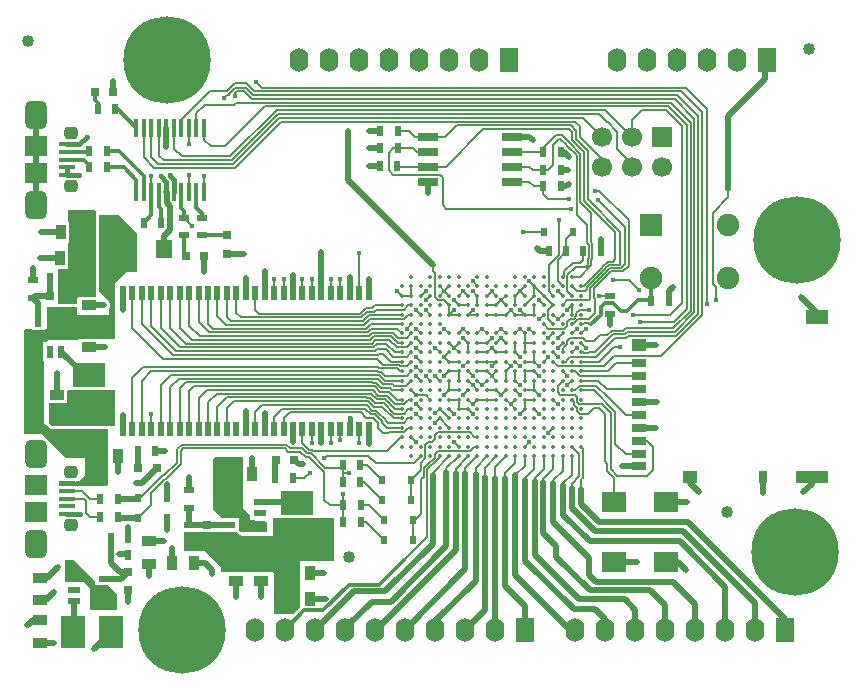
<source format=gtl>
G04*
G04 #@! TF.GenerationSoftware,Altium Limited,Altium Designer,18.1.9 (240)*
G04*
G04 Layer_Physical_Order=1*
G04 Layer_Color=255*
%FSLAX44Y44*%
%MOMM*%
G71*
G01*
G75*
%ADD11C,0.2000*%
%ADD12C,0.4000*%
%ADD14R,1.4000X1.6400*%
%ADD15R,0.8000X0.8000*%
%ADD16R,0.8000X0.8000*%
%ADD17R,1.3000X0.9000*%
%ADD18R,0.9000X1.3000*%
%ADD19R,0.6000X0.9000*%
%ADD20R,0.9000X0.6000*%
%ADD21R,0.5588X0.6858*%
%ADD22R,2.0000X2.7000*%
%ADD23R,2.7000X2.0000*%
%ADD24C,0.3400*%
%ADD25R,1.2000X0.7000*%
%ADD26R,1.2000X1.0000*%
%ADD27R,1.8999X1.3000*%
%ADD28R,2.8001X1.0000*%
%ADD29R,0.8001X1.0000*%
%ADD30R,1.2000X1.0000*%
%ADD31R,1.3500X0.4000*%
%ADD32R,1.1000X0.6000*%
%ADD33R,0.6000X1.1000*%
%ADD34R,0.4350X1.5260*%
%ADD35R,1.7850X0.6500*%
%ADD36R,0.6000X1.2950*%
%ADD37R,2.0000X1.8000*%
%ADD74C,1.0160*%
%ADD75R,1.9000X1.8000*%
%ADD76C,0.1900*%
%ADD77C,0.1270*%
%ADD78C,0.5000*%
%ADD79C,0.3000*%
%ADD80C,1.9000*%
%ADD81R,1.9000X1.9000*%
G04:AMPARAMS|DCode=82|XSize=1.25mm|YSize=1.1mm|CornerRadius=0.462mm|HoleSize=0mm|Usage=FLASHONLY|Rotation=0.000|XOffset=0mm|YOffset=0mm|HoleType=Round|Shape=RoundedRectangle|*
%AMROUNDEDRECTD82*
21,1,1.2500,0.1760,0,0,0.0*
21,1,0.3260,1.1000,0,0,0.0*
1,1,0.9240,0.1630,-0.0880*
1,1,0.9240,-0.1630,-0.0880*
1,1,0.9240,-0.1630,0.0880*
1,1,0.9240,0.1630,0.0880*
%
%ADD82ROUNDEDRECTD82*%
G04:AMPARAMS|DCode=83|XSize=1.9mm|YSize=2.425mm|CornerRadius=0.57mm|HoleSize=0mm|Usage=FLASHONLY|Rotation=0.000|XOffset=0mm|YOffset=0mm|HoleType=Round|Shape=RoundedRectangle|*
%AMROUNDEDRECTD83*
21,1,1.9000,1.2850,0,0,0.0*
21,1,0.7600,2.4250,0,0,0.0*
1,1,1.1400,0.3800,-0.6425*
1,1,1.1400,-0.3800,-0.6425*
1,1,1.1400,-0.3800,0.6425*
1,1,1.1400,0.3800,0.6425*
%
%ADD83ROUNDEDRECTD83*%
%ADD84C,1.7000*%
%ADD85R,1.7000X1.7000*%
%ADD86C,7.4000*%
%ADD87R,1.6000X2.0000*%
%ADD88O,1.6000X2.0000*%
%ADD89C,0.4500*%
G36*
X67500Y379900D02*
Y378079D01*
X67307Y377791D01*
X67110Y376800D01*
Y326540D01*
X67307Y325549D01*
X67450Y325335D01*
Y312460D01*
X67500Y312210D01*
Y307540D01*
X51960D01*
Y307540D01*
X51118Y306618D01*
X51000Y306500D01*
X51000Y306020D01*
Y301490D01*
X35200D01*
Y330960D01*
X43790D01*
Y349040D01*
X43500D01*
Y352960D01*
X44540D01*
Y371040D01*
X43500D01*
Y381200D01*
X65600D01*
X65900Y381500D01*
X67500Y379900D01*
D02*
G37*
G36*
X101800Y361100D02*
Y328000D01*
X93000D01*
X83400Y318400D01*
Y271500D01*
X70900D01*
X70100Y272300D01*
X69340Y271540D01*
X51960D01*
Y270850D01*
X26350D01*
X24540Y269040D01*
X22460D01*
Y252960D01*
X23600D01*
Y200400D01*
X24960Y199040D01*
Y198460D01*
X25540D01*
X28400Y195600D01*
X77200D01*
Y147700D01*
X76054Y147400D01*
X52040D01*
Y147540D01*
X36200D01*
Y151459D01*
X36300Y151500D01*
X41039D01*
X42501Y150894D01*
X44370Y150648D01*
X47630D01*
X49499Y150894D01*
X50961Y151500D01*
X52900D01*
X58200Y156800D01*
Y171000D01*
X41400D01*
X26332Y186068D01*
X25677Y186922D01*
X24823Y187577D01*
X21200Y191200D01*
X6500D01*
Y279000D01*
X7396Y279900D01*
X12960D01*
Y278960D01*
X24040D01*
Y279900D01*
X26100D01*
Y298800D01*
X26141Y298900D01*
X51500D01*
X51500Y293446D01*
X51500Y292800D01*
X51400Y292700D01*
X51800Y292300D01*
X52563Y292300D01*
X70100D01*
X70200Y292400D01*
X78400D01*
Y297714D01*
X78948Y298533D01*
X79339Y300500D01*
X78948Y302467D01*
X78400Y303286D01*
Y303900D01*
X70765Y311535D01*
X70040Y312460D01*
X70040D01*
X70040Y312460D01*
Y326540D01*
X69700D01*
Y376800D01*
X86100D01*
X101800Y361100D01*
D02*
G37*
G36*
X83600Y198200D02*
X83200Y197800D01*
X78479D01*
X78191Y197993D01*
X77200Y198190D01*
X29473D01*
X27371Y200291D01*
X27100Y200473D01*
Y217460D01*
X43040D01*
Y227540D01*
X43769Y228269D01*
X44960Y228460D01*
Y228460D01*
X77040D01*
Y228700D01*
X83600D01*
Y198200D01*
D02*
G37*
G36*
X191800Y128700D02*
X197960Y122133D01*
Y118460D01*
X201406D01*
X202400Y117400D01*
X210430Y117400D01*
X211195Y117007D01*
X211700Y116607D01*
Y108100D01*
X190266D01*
X188040Y110326D01*
Y120040D01*
X173960D01*
X166300Y127700D01*
Y170200D01*
X167900Y171800D01*
X191800D01*
Y128700D01*
D02*
G37*
G36*
X268800Y84500D02*
X267696Y84100D01*
X240200D01*
Y44425D01*
X234975Y39200D01*
X218200D01*
Y73200D01*
X217400Y74000D01*
X172700D01*
Y79000D01*
X159800Y91900D01*
X141300D01*
Y108100D01*
X154460D01*
Y107960D01*
X167540D01*
Y108100D01*
X186603D01*
X188435Y106269D01*
X189275Y105707D01*
X190046Y105554D01*
X190900Y104700D01*
X191000Y104800D01*
X217400D01*
Y119800D01*
X217640Y120040D01*
X268800D01*
Y84500D01*
D02*
G37*
G36*
X66460Y66340D02*
Y62960D01*
X77640D01*
X84800Y55800D01*
X85300D01*
Y42100D01*
X61900D01*
Y60600D01*
X57100Y65400D01*
Y65600D01*
X41942Y65600D01*
X41052Y66505D01*
X41364Y84600D01*
X48200Y84600D01*
X66460Y66340D01*
D02*
G37*
D11*
X398200Y244400D02*
X402200Y240400D01*
D12*
X282000Y195720D02*
Y204900D01*
X43000Y410500D02*
Y417000D01*
X53100Y436500D02*
X59500Y442900D01*
X43000Y436500D02*
X53100D01*
X122200Y409400D02*
X126820Y404780D01*
Y395880D02*
Y404780D01*
X129900Y409968D02*
Y410500D01*
Y409968D02*
X133180Y406688D01*
Y395880D02*
Y406688D01*
X43000Y410500D02*
X53100D01*
X42750Y123500D02*
X53400D01*
D14*
X124650Y348000D02*
D03*
X84350D02*
D03*
D15*
X94000Y59000D02*
D03*
Y74000D02*
D03*
X161000Y99500D02*
D03*
Y114500D02*
D03*
X178000Y360000D02*
D03*
Y344000D02*
D03*
D16*
X43500Y308000D02*
D03*
X28500D02*
D03*
X103000Y162700D02*
D03*
X119000D02*
D03*
X66000Y481000D02*
D03*
X82000D02*
D03*
X143000Y342000D02*
D03*
X159000D02*
D03*
X219223Y169600D02*
D03*
X235223D02*
D03*
D17*
X61000Y283500D02*
D03*
Y264500D02*
D03*
X20000Y33500D02*
D03*
Y14500D02*
D03*
X112000Y81500D02*
D03*
Y100500D02*
D03*
X20000Y50500D02*
D03*
Y69500D02*
D03*
X61000Y319500D02*
D03*
Y300500D02*
D03*
X34000Y205500D02*
D03*
Y224500D02*
D03*
X186000Y85500D02*
D03*
Y66500D02*
D03*
X207000Y85500D02*
D03*
Y66500D02*
D03*
D18*
X131500Y82000D02*
D03*
X150500D02*
D03*
X67000Y173000D02*
D03*
X86000D02*
D03*
X56500Y362000D02*
D03*
X37500D02*
D03*
X55750Y340000D02*
D03*
X36750D02*
D03*
X180500Y157000D02*
D03*
X199500D02*
D03*
X229100Y51500D02*
D03*
X248100D02*
D03*
X229100Y73500D02*
D03*
X248100D02*
D03*
D19*
X276100Y150400D02*
D03*
X291100D02*
D03*
X276100Y165400D02*
D03*
X291100D02*
D03*
X276400Y116760D02*
D03*
X291400D02*
D03*
X276400Y130760D02*
D03*
X291400D02*
D03*
X86000Y121000D02*
D03*
X71000D02*
D03*
X86000Y136000D02*
D03*
X71000D02*
D03*
X122500Y370000D02*
D03*
X107500D02*
D03*
X76500Y417000D02*
D03*
X61500D02*
D03*
X76500Y431000D02*
D03*
X61500D02*
D03*
X94500Y103000D02*
D03*
X79500D02*
D03*
X94500Y89000D02*
D03*
X79500D02*
D03*
X43500Y323000D02*
D03*
X28500D02*
D03*
X117500Y177100D02*
D03*
X102500D02*
D03*
X537000Y303500D02*
D03*
X552000D02*
D03*
X83500Y466000D02*
D03*
X68500D02*
D03*
X233723Y153600D02*
D03*
X218723D02*
D03*
X494500Y346000D02*
D03*
X479500D02*
D03*
X450500D02*
D03*
X465500D02*
D03*
X460500Y401000D02*
D03*
X445500D02*
D03*
X307500Y433000D02*
D03*
X322500D02*
D03*
X460500Y415000D02*
D03*
X445500D02*
D03*
X307500Y448000D02*
D03*
X322500D02*
D03*
X307460Y418000D02*
D03*
X322460D02*
D03*
X460500Y430000D02*
D03*
X445500D02*
D03*
D20*
X14000Y321500D02*
D03*
Y306500D02*
D03*
X146000Y143500D02*
D03*
Y128500D02*
D03*
X145880Y99500D02*
D03*
Y114500D02*
D03*
X142000Y374500D02*
D03*
Y359500D02*
D03*
X157000Y374500D02*
D03*
Y359500D02*
D03*
X502000Y293000D02*
D03*
Y308000D02*
D03*
D21*
X333892Y135400D02*
D03*
X309508D02*
D03*
Y152400D02*
D03*
X333892D02*
D03*
X335192Y101440D02*
D03*
X310808D02*
D03*
Y118440D02*
D03*
X335192D02*
D03*
X102808Y137000D02*
D03*
X127192D02*
D03*
X102808Y120000D02*
D03*
X127192D02*
D03*
X446808Y362000D02*
D03*
X471192D02*
D03*
D22*
X48000Y24000D02*
D03*
X80000D02*
D03*
D23*
X61000Y241000D02*
D03*
Y209000D02*
D03*
X237000Y133000D02*
D03*
Y101000D02*
D03*
D24*
X446200Y324400D02*
D03*
X438200D02*
D03*
X462200D02*
D03*
X334200D02*
D03*
X350200D02*
D03*
X358200D02*
D03*
X366200D02*
D03*
X374200D02*
D03*
X390200D02*
D03*
X398200D02*
D03*
X422200D02*
D03*
X430200D02*
D03*
X470200D02*
D03*
X326200Y316400D02*
D03*
X334200D02*
D03*
X342200D02*
D03*
X350200D02*
D03*
X358200D02*
D03*
X366200D02*
D03*
X374200D02*
D03*
X382200D02*
D03*
X390200D02*
D03*
X398200D02*
D03*
X406200D02*
D03*
X414200D02*
D03*
X422200D02*
D03*
X430200D02*
D03*
X438200D02*
D03*
X446200D02*
D03*
X454200D02*
D03*
X462200D02*
D03*
X470200D02*
D03*
X478200D02*
D03*
X326200Y308400D02*
D03*
X334200D02*
D03*
X342200D02*
D03*
X350200D02*
D03*
X358200D02*
D03*
X366200D02*
D03*
X374200D02*
D03*
X382200D02*
D03*
X390200D02*
D03*
X398200D02*
D03*
X406200D02*
D03*
X414200D02*
D03*
X422200D02*
D03*
X430200D02*
D03*
X438200D02*
D03*
X446200D02*
D03*
X454200D02*
D03*
X462200D02*
D03*
X470200D02*
D03*
X478200D02*
D03*
X326200Y300400D02*
D03*
X334200D02*
D03*
X342200D02*
D03*
X350200D02*
D03*
X358200D02*
D03*
X366200D02*
D03*
X374200D02*
D03*
X382200D02*
D03*
X390200D02*
D03*
X398200D02*
D03*
X406200D02*
D03*
X414200D02*
D03*
X422200D02*
D03*
X430200D02*
D03*
X438200D02*
D03*
X446200D02*
D03*
X454200D02*
D03*
X462200D02*
D03*
X470200D02*
D03*
X478200D02*
D03*
X326200Y292400D02*
D03*
X334200D02*
D03*
X342200D02*
D03*
X350200D02*
D03*
X358200D02*
D03*
X366200D02*
D03*
X374200D02*
D03*
X382200D02*
D03*
X390200D02*
D03*
X398200D02*
D03*
X406200D02*
D03*
X414200D02*
D03*
X422200D02*
D03*
X430200D02*
D03*
X438200D02*
D03*
X446200D02*
D03*
X454200D02*
D03*
X462200D02*
D03*
X470200D02*
D03*
X478200D02*
D03*
X326200Y284400D02*
D03*
X334200D02*
D03*
X342200D02*
D03*
X350200D02*
D03*
X358200D02*
D03*
X446200D02*
D03*
X454200D02*
D03*
X462200D02*
D03*
X470200D02*
D03*
X478200D02*
D03*
X326200Y276400D02*
D03*
X334200D02*
D03*
X342200D02*
D03*
X350200D02*
D03*
X358200D02*
D03*
X366200D02*
D03*
X374200D02*
D03*
X382200D02*
D03*
X390200D02*
D03*
X398200D02*
D03*
X406200D02*
D03*
X414200D02*
D03*
X422200D02*
D03*
X430200D02*
D03*
X438200D02*
D03*
X446200D02*
D03*
X454200D02*
D03*
X462200D02*
D03*
X470200D02*
D03*
X478200D02*
D03*
X326200Y268400D02*
D03*
X334200D02*
D03*
X342200D02*
D03*
X350200D02*
D03*
X358200D02*
D03*
X366200D02*
D03*
X374200D02*
D03*
X382200D02*
D03*
X390200D02*
D03*
X398200D02*
D03*
X406200D02*
D03*
X414200D02*
D03*
X422200D02*
D03*
X430200D02*
D03*
X438200D02*
D03*
X446200D02*
D03*
X454200D02*
D03*
X462200D02*
D03*
X470200D02*
D03*
X478200D02*
D03*
X326200Y260400D02*
D03*
X334200D02*
D03*
X342200D02*
D03*
X350200D02*
D03*
X358200D02*
D03*
X366200D02*
D03*
X374200D02*
D03*
X382200D02*
D03*
X390200D02*
D03*
X398200D02*
D03*
X406200D02*
D03*
X414200D02*
D03*
X422200D02*
D03*
X430200D02*
D03*
X438200D02*
D03*
X446200D02*
D03*
X454200D02*
D03*
X462200D02*
D03*
X470200D02*
D03*
X478200D02*
D03*
X326200Y252400D02*
D03*
X334200D02*
D03*
X342200D02*
D03*
X350200D02*
D03*
X358200D02*
D03*
X366200D02*
D03*
X374200D02*
D03*
X382200D02*
D03*
X390200D02*
D03*
X398200D02*
D03*
X406200D02*
D03*
X414200D02*
D03*
X422200D02*
D03*
X430200D02*
D03*
X438200D02*
D03*
X446200D02*
D03*
X454200D02*
D03*
X462200D02*
D03*
X470200D02*
D03*
X478200D02*
D03*
X326200Y244400D02*
D03*
X334200D02*
D03*
X342200D02*
D03*
X350200D02*
D03*
X358200D02*
D03*
X366200D02*
D03*
X374200D02*
D03*
X382200D02*
D03*
X390200D02*
D03*
X398200D02*
D03*
X406200D02*
D03*
X414200D02*
D03*
X422200D02*
D03*
X430200D02*
D03*
X438200D02*
D03*
X446200D02*
D03*
X454200D02*
D03*
X462200D02*
D03*
X470200D02*
D03*
X478200D02*
D03*
X326200Y236400D02*
D03*
X334200D02*
D03*
X342200D02*
D03*
X350200D02*
D03*
X358200D02*
D03*
X366200D02*
D03*
X374200D02*
D03*
X382200D02*
D03*
X390200D02*
D03*
X398200D02*
D03*
X406200D02*
D03*
X414200D02*
D03*
X422200D02*
D03*
X430200D02*
D03*
X438200D02*
D03*
X446200D02*
D03*
X454200D02*
D03*
X462200D02*
D03*
X470200D02*
D03*
X478200D02*
D03*
X326200Y228400D02*
D03*
X334200D02*
D03*
X342200D02*
D03*
X350200D02*
D03*
X358200D02*
D03*
X366200D02*
D03*
X374200D02*
D03*
X382200D02*
D03*
X390200D02*
D03*
X398200D02*
D03*
X406200D02*
D03*
X414200D02*
D03*
X422200D02*
D03*
X430200D02*
D03*
X438200D02*
D03*
X446200D02*
D03*
X454200D02*
D03*
X462200D02*
D03*
X470200D02*
D03*
X478200D02*
D03*
X326200Y220400D02*
D03*
X334200D02*
D03*
X342200D02*
D03*
X350200D02*
D03*
X358200D02*
D03*
X366200D02*
D03*
X374200D02*
D03*
X382200D02*
D03*
X390200D02*
D03*
X398200D02*
D03*
X406200D02*
D03*
X414200D02*
D03*
X422200D02*
D03*
X430200D02*
D03*
X438200D02*
D03*
X446200D02*
D03*
X454200D02*
D03*
X462200D02*
D03*
X470200D02*
D03*
X478200D02*
D03*
X326200Y212400D02*
D03*
X334200D02*
D03*
X342200D02*
D03*
X350200D02*
D03*
X358200D02*
D03*
X366200D02*
D03*
X374200D02*
D03*
X382200D02*
D03*
X390200D02*
D03*
X398200D02*
D03*
X406200D02*
D03*
X414200D02*
D03*
X422200D02*
D03*
X430200D02*
D03*
X438200D02*
D03*
X446200D02*
D03*
X454200D02*
D03*
X462200D02*
D03*
X470200D02*
D03*
X478200D02*
D03*
X326200Y204400D02*
D03*
X334200D02*
D03*
X342200D02*
D03*
X350200D02*
D03*
X358200D02*
D03*
X366200D02*
D03*
X374200D02*
D03*
X382200D02*
D03*
X390200D02*
D03*
X398200D02*
D03*
X406200D02*
D03*
X414200D02*
D03*
X422200D02*
D03*
X430200D02*
D03*
X438200D02*
D03*
X446200D02*
D03*
X454200D02*
D03*
X462200D02*
D03*
X470200D02*
D03*
X478200D02*
D03*
X326200Y196400D02*
D03*
X334200D02*
D03*
X342200D02*
D03*
X350200D02*
D03*
X358200D02*
D03*
X366200D02*
D03*
X374200D02*
D03*
X382200D02*
D03*
X390200D02*
D03*
X398200D02*
D03*
X406200D02*
D03*
X414200D02*
D03*
X422200D02*
D03*
X430200D02*
D03*
X438200D02*
D03*
X446200D02*
D03*
X454200D02*
D03*
X462200D02*
D03*
X470200D02*
D03*
X478200D02*
D03*
X326200Y188400D02*
D03*
X334200D02*
D03*
X342200D02*
D03*
X350200D02*
D03*
X358200D02*
D03*
X366200D02*
D03*
X374200D02*
D03*
X382200D02*
D03*
X390200D02*
D03*
X398200D02*
D03*
X406200D02*
D03*
X414200D02*
D03*
X422200D02*
D03*
X430200D02*
D03*
X438200D02*
D03*
X446200D02*
D03*
X454200D02*
D03*
X462200D02*
D03*
X470200D02*
D03*
X478200D02*
D03*
X326200Y180400D02*
D03*
X334200D02*
D03*
X342200D02*
D03*
X350200D02*
D03*
X358200D02*
D03*
X366200D02*
D03*
X374200D02*
D03*
X382200D02*
D03*
X390200D02*
D03*
X398200D02*
D03*
X406200D02*
D03*
X414200D02*
D03*
X422200D02*
D03*
X430200D02*
D03*
X438200D02*
D03*
X446200D02*
D03*
X454200D02*
D03*
X462200D02*
D03*
X470200D02*
D03*
X478200D02*
D03*
X334200Y172400D02*
D03*
X342200D02*
D03*
X350200D02*
D03*
X358200D02*
D03*
X366200D02*
D03*
X374200D02*
D03*
X382200D02*
D03*
X390200D02*
D03*
X398200D02*
D03*
X406200D02*
D03*
X414200D02*
D03*
X422200D02*
D03*
X430200D02*
D03*
X438200D02*
D03*
X446200D02*
D03*
X454200D02*
D03*
X462200D02*
D03*
X470200D02*
D03*
D25*
X527000Y251000D02*
D03*
Y240000D02*
D03*
Y229000D02*
D03*
Y218000D02*
D03*
Y207000D02*
D03*
Y196000D02*
D03*
Y185000D02*
D03*
Y174000D02*
D03*
Y164500D02*
D03*
D26*
Y266502D02*
D03*
D27*
X678000Y290002D02*
D03*
D28*
X673502Y155001D02*
D03*
D29*
X632001D02*
D03*
D30*
X570000D02*
D03*
D31*
X42750Y123500D02*
D03*
Y130000D02*
D03*
Y136500D02*
D03*
Y143000D02*
D03*
Y149500D02*
D03*
X43000Y410500D02*
D03*
Y417000D02*
D03*
Y423500D02*
D03*
Y430000D02*
D03*
Y436500D02*
D03*
D32*
X48500Y68500D02*
D03*
Y59000D02*
D03*
Y49500D02*
D03*
X74500D02*
D03*
Y68500D02*
D03*
X206000Y114500D02*
D03*
Y124000D02*
D03*
Y133500D02*
D03*
X180000D02*
D03*
Y114500D02*
D03*
D33*
X18500Y287000D02*
D03*
X37500D02*
D03*
Y261000D02*
D03*
X28000D02*
D03*
X18500D02*
D03*
D34*
X158580Y450120D02*
D03*
X152220D02*
D03*
X145880D02*
D03*
X139520D02*
D03*
X133180D02*
D03*
X126820D02*
D03*
X120480D02*
D03*
X114120D02*
D03*
X107780D02*
D03*
X101420D02*
D03*
Y395880D02*
D03*
X107780D02*
D03*
X114120D02*
D03*
X120480D02*
D03*
X126820D02*
D03*
X133180D02*
D03*
X139520D02*
D03*
X145880D02*
D03*
X152220D02*
D03*
X158580D02*
D03*
D35*
X419320Y404950D02*
D03*
Y417650D02*
D03*
Y430350D02*
D03*
Y443050D02*
D03*
X348680D02*
D03*
Y430350D02*
D03*
Y417650D02*
D03*
Y404950D02*
D03*
D36*
X298000Y195720D02*
D03*
X290000D02*
D03*
X282000D02*
D03*
X274000D02*
D03*
X266000D02*
D03*
X258000D02*
D03*
X250000D02*
D03*
X242000D02*
D03*
X234000D02*
D03*
X226000D02*
D03*
X218000D02*
D03*
X210000D02*
D03*
X202000D02*
D03*
X194000D02*
D03*
X186000D02*
D03*
X178000D02*
D03*
X170000D02*
D03*
X162000D02*
D03*
X154000D02*
D03*
X146000D02*
D03*
X138000D02*
D03*
X130000D02*
D03*
X122000D02*
D03*
X114000D02*
D03*
X106000D02*
D03*
X98000D02*
D03*
X90000D02*
D03*
Y310280D02*
D03*
X98000D02*
D03*
X106000D02*
D03*
X114000D02*
D03*
X122000D02*
D03*
X130000D02*
D03*
X138000D02*
D03*
X146000D02*
D03*
X154000D02*
D03*
X162000D02*
D03*
X170000D02*
D03*
X178000D02*
D03*
X186000D02*
D03*
X194000D02*
D03*
X202000D02*
D03*
X210000D02*
D03*
X218000D02*
D03*
X226000D02*
D03*
X234000D02*
D03*
X242000D02*
D03*
X250000D02*
D03*
X258000D02*
D03*
X266000D02*
D03*
X274000D02*
D03*
X282000D02*
D03*
X290000D02*
D03*
X298000D02*
D03*
D37*
X506000Y82600D02*
D03*
X550000D02*
D03*
X506000Y133400D02*
D03*
X550000D02*
D03*
D74*
X281000Y87100D02*
D03*
X671000Y517000D02*
D03*
X10000Y524000D02*
D03*
X601300Y125100D02*
D03*
D75*
X16000Y125000D02*
D03*
Y148000D02*
D03*
X16250Y412000D02*
D03*
Y435000D02*
D03*
D76*
X570730Y295613D02*
Y454715D01*
X553685Y471760D02*
X570730Y454715D01*
X185360Y471760D02*
X553685D01*
X573900Y294300D02*
Y458100D01*
X557070Y474930D02*
X573900Y458100D01*
X198904Y474930D02*
X557070D01*
X577070Y292987D02*
Y460180D01*
X559150Y478100D02*
X577070Y460180D01*
X200217Y478100D02*
X559150D01*
X584600Y301100D02*
Y466100D01*
X566445Y484255D02*
X584600Y466100D01*
X207645Y484255D02*
X566445D01*
X104542Y137000D02*
X123924Y156382D01*
X113700Y141675D02*
X125237Y153212D01*
X123924Y156382D02*
X125082D01*
X125237Y153212D02*
X126395D01*
X113700Y130892D02*
Y141675D01*
X102808Y137000D02*
X104542D01*
X138787Y165604D02*
Y176887D01*
X125082Y156382D02*
X135617Y166917D01*
X126395Y153212D02*
X138787Y165604D01*
X135617Y166917D02*
Y178200D01*
X138787Y176887D02*
X141000Y179100D01*
X563600Y302200D02*
Y451951D01*
X553100Y291700D02*
X563600Y302200D01*
X521900Y291700D02*
X553100D01*
X106000Y236400D02*
X114070Y244470D01*
X122000Y232500D02*
X130800Y241300D01*
X130000Y231000D02*
X137130Y238130D01*
X138000Y229917D02*
X143043Y234960D01*
X146000Y227900D02*
X149890Y231790D01*
X154000Y221420D02*
X161200Y228620D01*
X162000Y218000D02*
X169450Y225450D01*
X170000Y214400D02*
X177880Y222280D01*
X178000Y213000D02*
X184110Y219110D01*
X202000Y210000D02*
X207940Y215940D01*
X218000Y206000D02*
X224770Y212770D01*
X231100Y209600D02*
X283947D01*
X226000Y204500D02*
X231100Y209600D01*
X224770Y212770D02*
X285260D01*
X207940Y215940D02*
X286573D01*
X184110Y219110D02*
X287886D01*
X177880Y222280D02*
X289199D01*
X169450Y225450D02*
X290512D01*
X161200Y228620D02*
X291825D01*
X149890Y231790D02*
X293138D01*
X143043Y234960D02*
X294451D01*
X137130Y238130D02*
X295764D01*
X130800Y241300D02*
X297077D01*
X114070Y244470D02*
X298390D01*
X298460Y244400D02*
X304000D01*
X298390Y244470D02*
X298460Y244400D01*
X297147Y241230D02*
X304350D01*
X297077Y241300D02*
X297147Y241230D01*
X295834Y238060D02*
X303037D01*
X295764Y238130D02*
X295834Y238060D01*
X294521Y234890D02*
X301724D01*
X294451Y234960D02*
X294521Y234890D01*
X293208Y231720D02*
X300411D01*
X293138Y231790D02*
X293208Y231720D01*
X291895Y228550D02*
X299097D01*
X291825Y228620D02*
X291895Y228550D01*
X290582Y225380D02*
X297785D01*
X290512Y225450D02*
X290582Y225380D01*
X289269Y222210D02*
X296471D01*
X289199Y222280D02*
X289269Y222210D01*
X287956Y219040D02*
X295158D01*
X287886Y219110D02*
X287956Y219040D01*
X286643Y215870D02*
X293845D01*
X286573Y215940D02*
X286643Y215870D01*
X285330Y212700D02*
X292532D01*
X285260Y212770D02*
X285330Y212700D01*
X284017Y209530D02*
X291219D01*
X283947Y209600D02*
X284017Y209530D01*
X291219D02*
X296049Y204700D01*
X295165Y212450D02*
X299745Y207870D01*
X296478Y215620D02*
X301058Y211040D01*
X297791Y218790D02*
X302371Y214210D01*
X299104Y221960D02*
X303684Y217380D01*
X300417Y225130D02*
X304997Y220550D01*
X301730Y228300D02*
X306310Y223720D01*
X303043Y231470D02*
X307623Y226890D01*
X304356Y234640D02*
X308936Y230060D01*
X305669Y237810D02*
X310249Y233230D01*
X296049Y204700D02*
X301960D01*
X292782Y212450D02*
X295165D01*
X292532Y212700D02*
X292782Y212450D01*
X294095Y215620D02*
X296478D01*
X293845Y215870D02*
X294095Y215620D01*
X295408Y218790D02*
X297791D01*
X295158Y219040D02*
X295408Y218790D01*
X296721Y221960D02*
X299104D01*
X296471Y222210D02*
X296721Y221960D01*
X298034Y225130D02*
X300417D01*
X297785Y225380D02*
X298034Y225130D01*
X299348Y228300D02*
X301730D01*
X299097Y228550D02*
X299348Y228300D01*
X300661Y231470D02*
X303043D01*
X300411Y231720D02*
X300661Y231470D01*
X301974Y234640D02*
X304356D01*
X301724Y234890D02*
X301974Y234640D01*
X303287Y237810D02*
X305669D01*
X303037Y238060D02*
X303287Y237810D01*
X304600Y240980D02*
X306982D01*
X304350Y241230D02*
X304600Y240980D01*
X306965Y246690D02*
X322449D01*
X305655Y248000D02*
X306965Y246690D01*
X306982Y240980D02*
X311562Y236400D01*
X302813Y248000D02*
X305655D01*
X142000Y374500D02*
X148800Y367700D01*
X209990Y468590D02*
X551444D01*
X220120Y465420D02*
X498580D01*
X221433Y462250D02*
X492750D01*
X222466Y458800D02*
X479800D01*
X223779Y455630D02*
X472770D01*
X332000Y448000D02*
X336950Y443050D01*
X322500Y448000D02*
X332000D01*
X319000Y433000D02*
X322500D01*
X315000Y429000D02*
X319000Y433000D01*
X315000Y414495D02*
Y429000D01*
X116510Y416790D02*
X184939D01*
X107780Y425520D02*
X116510Y416790D01*
X119540Y419960D02*
X183626D01*
X114120Y425380D02*
X119540Y419960D01*
X114120Y425380D02*
Y450120D01*
X124370Y423130D02*
X182313D01*
X120480Y427020D02*
X124370Y423130D01*
X120480Y427020D02*
Y450120D01*
X360850Y384750D02*
X363850Y381750D01*
X315000Y414495D02*
X318845Y410650D01*
X358620D01*
X360850Y408420D01*
Y384750D02*
Y408420D01*
X527400Y286200D02*
X556834D01*
X527100D02*
X527400D01*
X556834D02*
X567300Y296666D01*
X494000Y274700D02*
X499834D01*
X484847Y260400D02*
X490017D01*
X484147Y259700D02*
X484847Y260400D01*
X480253Y259700D02*
X484147D01*
X479553Y260400D02*
X480253Y259700D01*
X478200Y260400D02*
X479553D01*
X490017D02*
X505117Y275500D01*
X484847Y284400D02*
X486600D01*
X484147Y285100D02*
X484847Y284400D01*
X480253Y285100D02*
X484147D01*
X479553Y284400D02*
X480253Y285100D01*
X478200Y284400D02*
X479553D01*
X503804Y278670D02*
X513687D01*
X499834Y274700D02*
X503804Y278670D01*
X505117Y275500D02*
X515000D01*
X492750Y213350D02*
X498000Y208100D01*
X506000Y133400D02*
Y154117D01*
X499830Y160287D02*
X506000Y154117D01*
X499830Y160287D02*
Y166170D01*
X498000Y168000D02*
X499830Y166170D01*
X508600Y156000D02*
X534000D01*
X503000Y161600D02*
X508600Y156000D01*
X503000Y161600D02*
Y209000D01*
X498000Y168000D02*
Y208100D01*
X231463Y179220D02*
X241551D01*
X230209Y176050D02*
X240238D01*
X251066Y177100D02*
X313760D01*
X250138Y178028D02*
X251066Y177100D01*
X247872Y178028D02*
X250138D01*
X242000Y183900D02*
X247872Y178028D01*
X260983Y162700D02*
X273400D01*
X248825Y174858D02*
X260983Y162700D01*
X245913Y174858D02*
X248825D01*
X241551Y179220D02*
X245913Y174858D01*
X260100Y135600D02*
Y159100D01*
X247512Y171688D02*
X260100Y159100D01*
X244600Y171688D02*
X247512D01*
X243600Y153600D02*
X248600Y158600D01*
X233723Y153600D02*
X243600D01*
X313760Y177100D02*
X325060Y188400D01*
X273400Y162700D02*
X276100Y165400D01*
X325060Y188400D02*
X326200D01*
X240238Y176050D02*
X244600Y171688D01*
X228413Y182270D02*
X231463Y179220D01*
X230179Y176021D02*
X230209Y176050D01*
X230179Y176021D02*
X230179D01*
X227100Y179100D02*
X230179Y176021D01*
X139687Y182270D02*
X228413D01*
X135617Y178200D02*
X139687Y182270D01*
X141000Y179100D02*
X227100D01*
X42750Y143000D02*
X55183D01*
X62183Y136000D01*
X71000D01*
X58900Y124200D02*
Y134800D01*
X57200Y136500D02*
X58900Y134800D01*
X42750Y136500D02*
X57200D01*
X58900Y124200D02*
X62100Y121000D01*
X602600Y391800D02*
Y398300D01*
X589510Y378710D02*
X602600Y391800D01*
X589510Y318119D02*
Y378710D01*
Y318119D02*
X591900Y315729D01*
Y304700D02*
Y315729D01*
X506000Y265200D02*
X511000D01*
X493200Y252400D02*
X506000Y265200D01*
X478200Y252400D02*
X493200D01*
X192504Y481330D02*
X198904Y474930D01*
X176100Y434700D02*
X209990Y468590D01*
X181000Y426300D02*
X220120Y465420D01*
X182313Y423130D02*
X221433Y462250D01*
X183626Y419960D02*
X222466Y458800D01*
X184939Y416790D02*
X223779Y455630D01*
X139700Y426300D02*
X181000D01*
X133180Y432820D02*
X139700Y426300D01*
X133180Y432820D02*
Y450120D01*
X202900Y489000D02*
X207645Y484255D01*
X164200Y434700D02*
X176100D01*
X372460Y452460D02*
X469184D01*
X395290Y449290D02*
X467870D01*
X363650Y417650D02*
X395290Y449290D01*
X348680Y417650D02*
X363650D01*
X479800Y458800D02*
X495600Y443000D01*
X472770Y455630D02*
X476800Y451600D01*
X469184Y452460D02*
X473630Y448014D01*
X467870Y449290D02*
X470460Y446701D01*
X498580Y465420D02*
X521000Y443000D01*
X492750Y462250D02*
X500010Y454990D01*
X500566D01*
X551444Y468590D02*
X567300Y452734D01*
Y296666D02*
Y452734D01*
X529520Y465420D02*
X550131D01*
X563600Y451951D01*
X521000Y456900D02*
X529520Y465420D01*
X500566Y454990D02*
X508600Y446956D01*
Y432600D02*
Y446956D01*
Y432600D02*
X521000Y420200D01*
Y443000D02*
Y456900D01*
X493500Y308000D02*
X502000D01*
X446608Y362200D02*
X446808Y362000D01*
X428900Y362200D02*
X446608D01*
X503585Y329185D02*
X513668D01*
X114000Y195720D02*
Y208040D01*
X276100Y158300D02*
Y165400D01*
Y150400D02*
Y158300D01*
X281600D01*
X289600Y310680D02*
X290000Y310280D01*
X289600Y310680D02*
Y344300D01*
X274000Y186000D02*
Y195720D01*
X290000Y183400D02*
Y195720D01*
X266000Y183400D02*
Y195720D01*
X250000Y183400D02*
Y195720D01*
X242000Y183900D02*
Y195720D01*
X274000Y310280D02*
Y322600D01*
X266000Y310280D02*
Y322600D01*
X250000Y310280D02*
Y322600D01*
X242000Y310280D02*
Y322600D01*
X226000Y310280D02*
Y322600D01*
X218000Y310280D02*
Y322600D01*
X335192Y101440D02*
Y118440D01*
X333892Y135400D02*
Y152400D01*
X276400Y130760D02*
Y140300D01*
X295488Y116760D02*
X310808Y101440D01*
X291400Y116760D02*
X295488D01*
X298488Y130760D02*
X310808Y118440D01*
X291400Y130760D02*
X298488D01*
X294508Y150400D02*
X309508Y135400D01*
X291100Y150400D02*
X294508D01*
X296508Y165400D02*
X309508Y152400D01*
X291100Y165400D02*
X296508D01*
X276400Y116760D02*
Y130760D01*
X264940D02*
X276400D01*
X260100Y135600D02*
X264940Y130760D01*
X102808Y120000D02*
X113700Y130892D01*
X358200Y212400D02*
X366200Y204400D01*
X358200Y204400D02*
X366200Y196400D01*
X358200Y204400D02*
Y204400D01*
X62100Y121000D02*
X71000D01*
X185051Y484500D02*
X193817D01*
X181630Y481079D02*
X185051Y484500D01*
X181630Y480477D02*
Y481079D01*
X180100Y478947D02*
X181630Y480477D01*
X180100Y478947D02*
Y478947D01*
X179698Y478545D02*
X180100Y478947D01*
X186364Y481330D02*
X192504D01*
X184800Y479766D02*
X186364Y481330D01*
X193817Y484500D02*
X200217Y478100D01*
X175300Y476100D02*
X177745Y478545D01*
X179698D01*
X184800Y477000D02*
Y479766D01*
X183700Y470100D02*
X185360Y471760D01*
X363050Y443050D02*
X372460Y452460D01*
X158580Y395880D02*
Y409580D01*
X159600Y470100D02*
X183700D01*
X557300Y277700D02*
X573900Y294300D01*
X558613Y274530D02*
X577070Y292987D01*
X555987Y280870D02*
X570730Y295613D01*
X517200Y277700D02*
X557300D01*
X515887Y280870D02*
X555987D01*
X556130Y274530D02*
X558613D01*
X555552Y273952D02*
X556130Y274530D01*
X517935Y273952D02*
X555552D01*
X515000Y275500D02*
X517200Y277700D01*
X513687Y278670D02*
X515887Y280870D01*
X516313Y272330D02*
X517935Y273952D01*
X506430Y272330D02*
X516313D01*
X504900Y270800D02*
X506430Y272330D01*
X145880Y436480D02*
Y450120D01*
X114120Y395880D02*
Y409580D01*
X145880Y395880D02*
Y410400D01*
X152220Y462720D02*
X159600Y470100D01*
X152220Y450120D02*
Y462720D01*
X507300Y251000D02*
X527000D01*
X500700Y244400D02*
X507300Y251000D01*
X478200Y244400D02*
X500700D01*
X158580Y440320D02*
Y450120D01*
Y440320D02*
X164200Y434700D01*
X521000Y417600D02*
Y420200D01*
X107780Y425520D02*
Y450120D01*
X476800Y442597D02*
Y451600D01*
Y442597D02*
X495600Y423797D01*
Y417600D02*
Y423797D01*
X475460Y439357D02*
X483710Y431107D01*
X472290Y438044D02*
X480540Y429794D01*
X469120Y436731D02*
X477370Y428481D01*
X465950Y435418D02*
X474200Y427168D01*
X461778Y444170D02*
X469120Y436828D01*
X456670Y444170D02*
X461778D01*
X460465Y441000D02*
X465950Y435515D01*
X459200Y441000D02*
X460465D01*
X470460Y439971D02*
Y446701D01*
X473630Y441284D02*
Y448014D01*
Y441284D02*
X475460Y439454D01*
Y439357D02*
Y439454D01*
X470460Y439971D02*
X472290Y438141D01*
Y438044D02*
Y438141D01*
X469120Y436731D02*
Y436828D01*
X465950Y435418D02*
Y435515D01*
X474200Y426606D02*
Y427168D01*
X477370Y425293D02*
Y428481D01*
X480540Y423979D02*
Y429794D01*
X483710Y422666D02*
Y431107D01*
X477270Y425192D02*
X477370Y425293D01*
X477270Y387247D02*
Y425192D01*
X474100Y426506D02*
X474200Y426606D01*
X474100Y377100D02*
Y426506D01*
X480440Y388560D02*
Y423880D01*
X480540Y423979D01*
X454000Y435800D02*
X459200Y441000D01*
X479255Y154317D02*
Y179345D01*
X478200Y153263D02*
X479255Y154317D01*
X478200Y144700D02*
Y153263D01*
Y180400D02*
X479255Y179345D01*
X304835Y255000D02*
X308769Y251066D01*
X123820Y255000D02*
X304835D01*
X302644Y247830D02*
X302813Y248000D01*
X296139Y247830D02*
X302644D01*
X317000Y252400D02*
X326200D01*
X306279Y258170D02*
X307109Y259000D01*
X310400D01*
X303449Y261340D02*
X305109Y263000D01*
X135320Y261340D02*
X303449D01*
X301939Y264510D02*
X305109Y267680D01*
X138490Y264510D02*
X301939D01*
X300626Y267680D02*
X303796Y270850D01*
X143320Y267680D02*
X300626D01*
X299313Y270850D02*
X302483Y274020D01*
X148150Y270850D02*
X299313D01*
X154980Y274020D02*
X298000D01*
X297132Y277190D02*
X300302Y280360D01*
X162640Y277190D02*
X297132D01*
X295819Y280360D02*
X299859Y284400D01*
X166040Y280360D02*
X295819D01*
X294506Y283530D02*
X299541Y288565D01*
X177470Y283530D02*
X294506D01*
X293193Y286700D02*
X298228Y291735D01*
X181302Y286700D02*
X293193D01*
X291880Y289870D02*
X296915Y294905D01*
X190130Y289870D02*
X291880D01*
X290567Y293040D02*
X295602Y298075D01*
X204960Y293040D02*
X290567D01*
X300302Y280360D02*
X322240D01*
X299859Y284400D02*
X326200D01*
X299541Y288565D02*
X323565D01*
X298228Y291735D02*
X303666D01*
X296915Y294905D02*
X302352D01*
X295602Y298075D02*
X301039D01*
X310400Y259000D02*
X317000Y252400D01*
X320000Y260400D02*
X326200D01*
X312720Y267680D02*
X320000Y260400D01*
X305109Y267680D02*
X312720D01*
X302483Y274020D02*
X317150D01*
X322770Y268400D01*
X326200D01*
X311562Y236400D02*
X326200D01*
X310249Y233230D02*
X318770D01*
X308936Y230060D02*
X316485D01*
X307623Y226890D02*
X315172D01*
X306310Y223720D02*
X313280D01*
X304997Y220550D02*
X311967D01*
X303684Y217380D02*
X310654D01*
X302371Y214210D02*
X309341D01*
X301058Y211040D02*
X304586D01*
X299745Y207870D02*
X303273D01*
X322240Y280360D02*
X326200Y276400D01*
X301039Y298075D02*
X303364Y300400D01*
X302352Y294905D02*
X304012Y296565D01*
X303666Y291735D02*
X304331Y292400D01*
X326200D01*
X304012Y296565D02*
X320165D01*
X303364Y300400D02*
X326200D01*
X295969Y248000D02*
X296139Y247830D01*
X107000Y248000D02*
X295969D01*
X132313Y258170D02*
X306279D01*
X202000Y296000D02*
X204960Y293040D01*
X98000Y280820D02*
X123820Y255000D01*
X186000Y294000D02*
X190130Y289870D01*
X178000Y290002D02*
X181302Y286700D01*
X170000Y291000D02*
X177470Y283530D01*
X162000Y284400D02*
X166040Y280360D01*
X154000Y285830D02*
X162640Y277190D01*
X146000Y283000D02*
X154980Y274020D01*
X138000Y281000D02*
X148150Y270850D01*
X130000Y281000D02*
X143320Y267680D01*
X122000Y281000D02*
X138490Y264510D01*
X114000Y282660D02*
X135320Y261340D01*
X106000Y284483D02*
X132313Y258170D01*
X98000Y280820D02*
Y310280D01*
Y195720D02*
Y239000D01*
X107000Y248000D01*
X318770Y233230D02*
X319765Y232235D01*
X316485Y230060D02*
X318145Y228400D01*
X315172Y226890D02*
X321662Y220400D01*
X318145Y228400D02*
X326200D01*
X321662Y220400D02*
X326200D01*
X322449Y246690D02*
X324739Y244400D01*
X326200D01*
X106000Y195720D02*
Y236400D01*
X313280Y223720D02*
X320435Y216565D01*
X311967Y220550D02*
X320117Y212400D01*
X310654Y217380D02*
X319469Y208565D01*
X309341Y214210D02*
X319151Y204400D01*
X304586Y211040D02*
X312400Y203226D01*
X303273Y207870D02*
X309230Y201913D01*
X301960Y204700D02*
X306060Y200600D01*
X122000Y195720D02*
Y232500D01*
X306060Y196340D02*
X310000Y192400D01*
X309230Y200770D02*
X313600Y196400D01*
X319151Y204400D02*
X326200D01*
X320117Y212400D02*
X326200D01*
X319469Y208565D02*
X320360D01*
X312400Y202600D02*
Y203226D01*
X309230Y200770D02*
Y201913D01*
X306060Y196340D02*
Y200600D01*
X130000Y195720D02*
Y231000D01*
X138000Y195720D02*
Y229917D01*
X146000Y195720D02*
Y227900D01*
X154000Y195720D02*
Y221420D01*
X162000Y195720D02*
Y218000D01*
X170000Y195720D02*
Y214400D01*
X202000Y296000D02*
Y310280D01*
X178000Y195720D02*
Y213000D01*
X202000Y195720D02*
Y210000D01*
X313600Y196400D02*
X326200D01*
X218000Y195720D02*
Y206000D01*
X226000Y195720D02*
Y204500D01*
X310000Y192400D02*
X314830D01*
X106000Y284483D02*
Y310280D01*
X114000Y282660D02*
Y310280D01*
X122000Y281000D02*
Y310280D01*
X130000Y281000D02*
Y310280D01*
X138000Y281000D02*
Y310280D01*
X146000Y283000D02*
Y310280D01*
X154000Y285830D02*
Y310280D01*
X162000Y284400D02*
Y310280D01*
X170000Y291000D02*
Y310280D01*
X178000Y290002D02*
Y310280D01*
X186000Y294000D02*
Y310280D01*
X363850Y381750D02*
X469000D01*
X449808Y390000D02*
X468000D01*
X445500Y394308D02*
X449808Y390000D01*
X483610Y389873D02*
Y422566D01*
Y389873D02*
X511000Y362483D01*
X480440Y388560D02*
X507000Y362000D01*
X477270Y387247D02*
X486000Y378517D01*
X474100Y377100D02*
X474200Y377000D01*
X483610Y422566D02*
X483710Y422666D01*
X518170Y333687D02*
Y372190D01*
X493360Y397000D02*
X518170Y372190D01*
X490000Y397000D02*
X493360D01*
X515000Y335000D02*
Y366517D01*
X492000Y389517D02*
X515000Y366517D01*
X511000Y338389D02*
Y362483D01*
X507000Y339441D02*
Y362000D01*
X486000Y358000D02*
Y378517D01*
X513668Y329185D02*
X518170Y333687D01*
X419320Y417650D02*
X434200D01*
X436850Y415000D01*
X445500D01*
X450000D01*
X454000Y419000D01*
Y435800D01*
X445500Y433000D02*
X456670Y444170D01*
X445500Y430000D02*
Y433000D01*
Y394308D02*
Y401000D01*
X419320Y404950D02*
X434000D01*
X437950Y401000D01*
X445500D01*
X322500Y433000D02*
X336000D01*
X338650Y430350D01*
X348680D01*
X322460Y418000D02*
X322810Y417650D01*
X348680D01*
X336950Y443050D02*
X348680D01*
X363050D01*
X419320Y430350D02*
X419670Y430000D01*
X445500D01*
X527000Y185000D02*
X534000D01*
X539000Y180000D01*
Y161000D02*
Y180000D01*
X534000Y156000D02*
X539000Y161000D01*
X507000Y183000D02*
X516000Y174000D01*
X507000Y183000D02*
Y210000D01*
X488600Y228400D02*
X507000Y210000D01*
X478200Y228400D02*
X488600D01*
X516000Y207000D02*
X527000D01*
X516000Y174000D02*
X527000D01*
X478200Y236400D02*
X492100D01*
X499500Y229000D01*
X526600Y240400D02*
X527000Y240000D01*
X505000Y240400D02*
X526600D01*
X500700Y222300D02*
X516000Y207000D01*
X499500Y229000D02*
X527000D01*
D77*
X579925Y291804D02*
Y464075D01*
X562600Y481400D02*
X579925Y464075D01*
X200954Y481400D02*
X562600D01*
X450200Y296400D02*
X454200Y300400D01*
X450200Y288400D02*
Y296400D01*
X430200Y268400D02*
Y276400D01*
X442200Y288400D02*
X446200Y292400D01*
X454200Y260400D02*
X458200Y256400D01*
X446200Y308400D02*
X454200Y300400D01*
X470200Y292400D02*
Y300400D01*
X438200Y252400D02*
Y260400D01*
X414200Y236400D02*
Y244400D01*
X402200Y240400D02*
X406200Y236400D01*
Y236400D02*
Y236400D01*
X414200Y244400D02*
X418200Y248400D01*
X406200Y268400D02*
X410200Y272400D01*
X406200Y268400D02*
X406200D01*
X390200D02*
X398200D01*
X438200Y228400D02*
Y236400D01*
X430200Y212400D02*
Y220400D01*
Y300400D02*
X438200Y308400D01*
X422200D02*
X426200Y312400D01*
X422200Y300400D02*
Y308400D01*
Y276400D02*
X426200Y280400D01*
X410200Y224400D02*
X414200Y228400D01*
X414200D01*
X410200Y280400D02*
X410200D01*
X406200Y276400D02*
X410200Y280400D01*
X390200Y260400D02*
X398200D01*
X418200Y216400D02*
X422200Y220400D01*
X422200D01*
X410200Y304400D02*
X414200Y300400D01*
X414200D01*
X398200Y268400D02*
X402200Y272400D01*
X398200Y308400D02*
X402200Y312400D01*
X390200Y300400D02*
Y308400D01*
X386200Y232400D02*
X390200Y228400D01*
X382200Y260400D02*
Y268400D01*
X378200Y312400D02*
X382200Y308400D01*
X390200Y252400D02*
X398200D01*
X390200Y220400D02*
X398200D01*
X366200Y228400D02*
Y236400D01*
X370200Y264400D02*
X374200Y268400D01*
Y268400D01*
X366200D02*
X370200Y264400D01*
X362200Y256400D02*
X366200Y252400D01*
Y252400D02*
Y252400D01*
X338200Y224400D02*
X346200D01*
X350200Y220400D01*
X305782Y243835D02*
X308165D01*
X305217Y244400D02*
X305782Y243835D01*
X310290Y249545D02*
X323632D01*
X308769Y251066D02*
X310290Y249545D01*
X308165Y243835D02*
X311600Y240400D01*
X426200Y296400D02*
X430200Y292400D01*
X438200D01*
X374200Y300400D02*
X382200D01*
X410200Y304400D02*
X414200Y308400D01*
X422200Y292400D02*
X430200D01*
X406200Y260400D02*
X414200D01*
X390200Y236400D02*
X394200Y232400D01*
X390200Y236400D02*
X390200D01*
X382200Y220400D02*
X386200Y216400D01*
X382200Y220400D02*
X382200D01*
X352700Y328988D02*
Y334700D01*
Y328988D02*
X354365Y327323D01*
Y306812D02*
Y327323D01*
Y306812D02*
X356612Y304565D01*
X362035D01*
X366200Y300400D01*
X328000Y84600D02*
X347200Y103800D01*
Y161400D01*
X351825Y166025D01*
X352841D01*
X358200Y171384D01*
Y172400D01*
X342120Y166661D02*
X346035Y170576D01*
X342120Y160628D02*
Y166661D01*
X354035Y170812D02*
Y174035D01*
X351788Y168565D02*
X354035Y170812D01*
X350773Y168565D02*
X351788D01*
X344660Y162452D02*
X350773Y168565D01*
X333892Y152400D02*
X342120Y160628D01*
X344660Y155090D02*
Y162452D01*
X342300Y152730D02*
X344660Y155090D01*
X342300Y123700D02*
Y152730D01*
X352300Y158500D02*
X366200Y172400D01*
X352300Y156500D02*
Y158500D01*
X363900Y162100D02*
X374200Y172400D01*
X363900Y159450D02*
Y162100D01*
X371800Y162000D02*
X382200Y172400D01*
X371800Y158500D02*
Y162000D01*
X383788Y176565D02*
X387623Y180400D01*
X356565Y176565D02*
X383788D01*
X379900Y162100D02*
X390200Y172400D01*
X379900Y157800D02*
Y162100D01*
X388600Y162800D02*
X398200Y172400D01*
X388600Y157500D02*
Y162800D01*
X374200Y212400D02*
Y220400D01*
X398200Y260400D02*
X402200Y264400D01*
X390200Y276400D02*
X394200Y280400D01*
X390200Y276400D02*
X390200D01*
X378200Y280400D02*
X382200Y276400D01*
X374200D02*
X378200Y280400D01*
X374200Y276400D02*
Y276785D01*
X418200Y296400D02*
X422200Y292400D01*
X422200D01*
X414200D02*
X418200Y296400D01*
X406200Y292400D02*
X414200D01*
X398200D02*
X406200D01*
X382200D02*
X390200D01*
X382200D02*
X386200Y296400D01*
X366200Y292400D02*
X374200D01*
X346200Y304400D02*
X350200Y308400D01*
X342200D02*
X346200Y312400D01*
X330200Y280400D02*
X334200Y284400D01*
X518300Y321700D02*
X527100Y312900D01*
X505200Y321700D02*
X518300D01*
X470200Y260400D02*
X474200Y264400D01*
X482035Y269965D02*
X489265D01*
X482035D02*
Y269988D01*
X479724Y272300D02*
X482035Y269988D01*
X468676Y272300D02*
X479724D01*
X466365Y269988D02*
X468676Y272300D01*
X489265Y269965D02*
X494000Y274700D01*
X478200Y268400D02*
X482200Y264400D01*
X466365Y267141D02*
Y269988D01*
X463788Y264565D02*
X466365Y267141D01*
X463765Y264565D02*
X463788D01*
X462585Y263385D02*
X463765Y264565D01*
X462585Y260785D02*
Y263385D01*
X484465Y288565D02*
X489600Y293700D01*
X475381Y288565D02*
X484465D01*
X478200Y276400D02*
X482200Y280400D01*
X470200Y276400D02*
X474200Y280400D01*
X489600Y293700D02*
Y305699D01*
X480220Y296300D02*
X484400D01*
X489115Y314715D02*
X503585Y329185D01*
X489115Y306184D02*
Y314715D01*
Y306184D02*
X489600Y305699D01*
X480220Y296300D02*
X480220Y296300D01*
X476677Y296300D02*
X480220D01*
X474035Y293658D02*
X476677Y296300D01*
X474035Y290812D02*
Y293658D01*
X471788Y288565D02*
X474035Y290812D01*
X468941Y288565D02*
X471788D01*
X466035Y285658D02*
X468941Y288565D01*
X466035Y282812D02*
Y285658D01*
X463723Y280500D02*
X466035Y282812D01*
X450100Y280500D02*
X463723D01*
X471216Y284400D02*
X475381Y288565D01*
X470200Y284400D02*
X471216D01*
X466200Y296400D02*
X470200Y300400D01*
X468877Y256500D02*
X490600D01*
X466365Y253988D02*
X468877Y256500D01*
X466365Y253965D02*
Y253988D01*
X464800Y252400D02*
X466365Y253965D01*
X462200Y252400D02*
X464800D01*
X462200Y260400D02*
X462585Y260785D01*
X490600Y256500D02*
X504900Y270800D01*
X458035Y248565D02*
X479789D01*
X454200Y252400D02*
X458035Y248565D01*
X479789D02*
X479824Y248600D01*
X450200Y192400D02*
X454200Y196400D01*
X476215Y216565D02*
X495065D01*
X474365Y218415D02*
X476215Y216565D01*
X474365Y218415D02*
Y222935D01*
X472900Y224400D02*
X474365Y222935D01*
X460100Y224400D02*
X472900D01*
X458035Y226465D02*
X460100Y224400D01*
X495250Y216750D02*
X503000Y209000D01*
X495065Y216565D02*
X495250Y216750D01*
X471825Y216198D02*
X474365Y213658D01*
Y210812D02*
Y213658D01*
X471825Y216198D02*
Y218775D01*
X470200Y220400D02*
X471825Y218775D01*
X489050Y213350D02*
X492750D01*
X484100Y208400D02*
X489050Y213350D01*
X476777Y208400D02*
X484100D01*
X474365Y210812D02*
X476777Y208400D01*
X466200Y232400D02*
X470200Y236400D01*
X458035Y226465D02*
Y232235D01*
X462200Y236400D01*
X454200Y220400D02*
X458200Y216400D01*
X334200Y308400D02*
Y316400D01*
X326200Y308400D02*
X334200D01*
X322200Y312400D02*
X326200Y308400D01*
X430200Y180400D02*
X434200Y184400D01*
X334200Y188400D02*
X338200Y184400D01*
X370200D02*
X374200Y180400D01*
X348588Y184588D02*
X348611Y184565D01*
X348588Y184588D02*
X348588D01*
X354012Y190012D02*
X356565Y192565D01*
X354012Y190012D02*
Y190012D01*
Y190012D02*
X354035Y189988D01*
Y186812D02*
Y189988D01*
X351788Y184565D02*
X354035Y186812D01*
X348611Y184565D02*
X351788D01*
X346035Y182035D02*
X348588Y184588D01*
X383459Y192565D02*
X387623Y188400D01*
X356565Y192565D02*
X383459D01*
X334200Y228400D02*
X338200Y224400D01*
X545521Y257400D02*
X579925Y291804D01*
X506200Y257400D02*
X545521D01*
X497400Y248600D02*
X506200Y257400D01*
X260300Y170500D02*
X262600Y172800D01*
X297900D01*
X304100Y166600D01*
X336400D01*
X342200Y172400D01*
X346035Y170576D02*
Y182035D01*
X462200Y244400D02*
X466200Y240400D01*
X194255Y488100D02*
X200954Y481400D01*
X446200Y252400D02*
X450200Y256400D01*
X458200Y264400D02*
X462200Y268400D01*
X480180Y316556D02*
X495650Y332026D01*
X482720Y315504D02*
X498190Y330974D01*
X485260Y314452D02*
X500730Y329922D01*
X480180Y316400D02*
Y316556D01*
X478200Y316400D02*
X480180D01*
X482720Y314026D02*
Y315504D01*
X481094Y312400D02*
X482720Y314026D01*
X485260Y305260D02*
Y314452D01*
X484400Y304400D02*
X485260Y305260D01*
X495650Y332472D02*
X500298Y337120D01*
X495650Y332026D02*
Y332472D01*
X501351Y334580D02*
X510528D01*
X498190Y331420D02*
X501351Y334580D01*
X498190Y330974D02*
Y331420D01*
X502403Y332040D02*
X512040D01*
X500730Y330368D02*
X502403Y332040D01*
X500730Y329922D02*
Y330368D01*
X474200Y312400D02*
X481094D01*
X500298Y337120D02*
X504679D01*
X507000Y339441D01*
X510528Y334580D02*
X511000Y335052D01*
X512040Y332040D02*
X515000Y335000D01*
X450200Y272400D02*
X454200Y276400D01*
X458200Y272400D02*
X462200Y276400D01*
X350200Y292400D02*
X350500Y292100D01*
X346500Y296100D02*
X350200Y292400D01*
X342200D02*
X342500Y292100D01*
X338500Y296100D02*
X342200Y292400D01*
Y244400D02*
X342500Y244100D01*
X338500Y248100D02*
X342200Y244400D01*
X338200Y216400D02*
X342200Y212400D01*
Y204400D02*
X342500Y204100D01*
X338500Y208100D02*
X342200Y204400D01*
Y236400D02*
X342500Y236100D01*
X338500Y240100D02*
X342200Y236400D01*
Y252400D02*
X342500Y252100D01*
X338500Y256100D02*
X342200Y252400D01*
Y260400D02*
X342500Y260100D01*
X338500Y264100D02*
X342200Y260400D01*
Y268400D02*
X342500Y268100D01*
X338500Y272100D02*
X342200Y268400D01*
Y276400D02*
X342500Y276100D01*
X338500Y280100D02*
X342200Y276400D01*
X354200Y240400D02*
X358200Y236400D01*
X346200Y240400D02*
X350200Y236400D01*
X358200Y212400D02*
X358500Y212700D01*
X354500Y208700D02*
X358200Y212400D01*
Y204400D02*
X358500Y204700D01*
X354500Y200700D02*
X358200Y204400D01*
X335192Y118440D02*
X337040D01*
X342300Y123700D01*
X354035Y174035D02*
X356565Y176565D01*
X387623Y180400D02*
X390200D01*
X387623Y188400D02*
X390200D01*
X163722Y481659D02*
X178173D01*
X184613Y488100D01*
X139520Y457458D02*
X163722Y481659D01*
X184613Y488100D02*
X194255D01*
X139520Y450120D02*
Y457458D01*
X479824Y248600D02*
X497400D01*
X472612Y244400D02*
X476612Y240400D01*
X470200Y244400D02*
X472612D01*
X476612Y240400D02*
X505000D01*
X446200Y284400D02*
X450100Y280500D01*
X458900Y343100D02*
Y372600D01*
X450365Y334565D02*
X458900Y343100D01*
X465500Y356308D02*
X471192Y362000D01*
X465500Y346000D02*
Y356308D01*
X450365Y312235D02*
Y334565D01*
X458000Y338500D02*
X465500Y346000D01*
X458000Y320600D02*
Y338500D01*
X450365Y312235D02*
X454200Y308400D01*
X438200Y316400D02*
X446200Y308400D01*
X438200D02*
Y316400D01*
X396200Y162400D02*
X406200Y172400D01*
X396200Y155200D02*
Y162400D01*
X404700Y162900D02*
X414200Y172400D01*
X404700Y154200D02*
Y162900D01*
X413400Y154100D02*
Y158200D01*
X422200Y167000D01*
Y172400D01*
X422200Y156200D02*
X430200Y164200D01*
Y172400D01*
X430500Y152200D02*
Y153900D01*
X438200Y161600D01*
Y172400D01*
X438700Y151700D02*
Y154000D01*
X446200Y161500D01*
Y172400D01*
X445800Y150800D02*
Y152900D01*
X454200Y161300D01*
Y172400D01*
X454200Y149400D02*
Y151900D01*
X462200Y159900D01*
Y172400D01*
X463000Y148200D02*
Y149400D01*
X470200Y156600D01*
Y172400D01*
X470200Y145600D02*
Y149300D01*
X476400Y155500D01*
Y174200D01*
X470200Y180400D02*
X476400Y174200D01*
X304000Y244400D02*
X305217D01*
X298000Y274020D02*
X300980Y277000D01*
X319000Y256400D02*
X330200D01*
X305109Y263000D02*
X312400D01*
X319000Y256400D01*
X303796Y270850D02*
X315650D01*
X322000Y264500D01*
X330300D01*
X323000Y272400D02*
X330200D01*
X318400Y277000D02*
X323000Y272400D01*
X300980Y277000D02*
X318400D01*
X330300Y264500D02*
X334200Y268400D01*
X330200Y272400D02*
X334200Y276400D01*
X320165Y296565D02*
X327789D01*
X323565Y288565D02*
X327789D01*
X311600Y240400D02*
X330200D01*
X323632Y249545D02*
X324776Y248400D01*
X330200D01*
X334200Y252400D01*
X330200Y240400D02*
X334200Y244400D01*
X319765Y232235D02*
X330035D01*
X334200Y236400D01*
X320360Y208565D02*
X327789D01*
X320435Y216565D02*
X327789D01*
X331623Y220400D01*
X334200D01*
X327789Y208565D02*
X331623Y212400D01*
X334200D01*
X312400Y202600D02*
X314435Y200565D01*
X327789D01*
X331623Y204400D01*
X334200D01*
X314995Y192565D02*
X327789D01*
X331623Y196400D01*
X334200D01*
X314830Y192400D02*
X314995Y192565D01*
X330200Y256400D02*
X334200Y260400D01*
X327789Y288565D02*
X331623Y292400D01*
X334200D01*
X327789Y296565D02*
X331623Y300400D01*
X334200D01*
X474200Y377000D02*
X483145Y368055D01*
Y352874D02*
Y368055D01*
X511000Y335052D02*
Y338389D01*
X466200Y304400D02*
X484400D01*
X462200Y300400D02*
X466200Y304400D01*
X483145Y352874D02*
X484635Y351384D01*
X470200Y316400D02*
X474200Y312400D01*
X486000Y336592D02*
X486540Y336052D01*
Y333948D02*
Y336052D01*
X476992Y324400D02*
X486540Y333948D01*
X483460Y334460D02*
Y339441D01*
X482000Y333000D02*
X483460Y334460D01*
X473377Y333000D02*
X482000D01*
X486000Y336592D02*
Y338389D01*
X487175Y339564D02*
Y352436D01*
X486000Y338389D02*
X487175Y339564D01*
X470200Y324400D02*
X476992D01*
X484635Y340616D02*
Y351384D01*
X483460Y339441D02*
X484635Y340616D01*
X466365Y325989D02*
X473377Y333000D01*
X479500Y338700D02*
Y346000D01*
X476700Y335900D02*
X479500Y338700D01*
X470700Y335900D02*
X476700D01*
X486000Y353611D02*
Y358000D01*
Y353611D02*
X487175Y352436D01*
X463825Y329025D02*
X470700Y335900D01*
X466365Y312235D02*
Y325989D01*
X463825Y326025D02*
Y329025D01*
X462200Y324400D02*
X463825Y326025D01*
X466365Y312235D02*
X470200Y308400D01*
X458000Y320600D02*
X462200Y316400D01*
X472776Y228400D02*
X476612Y232235D01*
X470200Y228400D02*
X472776D01*
X476612Y232235D02*
X490765D01*
X500700Y222300D01*
X458200Y312400D02*
X462200Y308400D01*
X458200Y288400D02*
X462200Y292400D01*
X458200Y288400D02*
X458200D01*
X450200D02*
X454200Y284400D01*
Y292400D02*
X458200Y288400D01*
X442200Y304400D02*
X446200Y300400D01*
X434200Y320400D02*
X438200Y316400D01*
X426200Y312400D02*
X430200Y316400D01*
X426200Y312400D02*
X430200Y308400D01*
X438200Y292400D02*
Y300400D01*
X406200D02*
X410200Y304400D01*
X398200Y300400D02*
X406200D01*
X402200Y312400D02*
X406200Y308400D01*
X386200Y320400D02*
X390200Y316400D01*
X386200Y312400D02*
X390200Y308400D01*
X382200Y300400D02*
X382200D01*
X370200Y304400D02*
X374200Y300400D01*
Y308400D02*
X378200Y312400D01*
X362200D02*
X366200Y308400D01*
X362200Y312400D02*
X366200Y316400D01*
X358200D02*
X362200Y312400D01*
X358200Y308400D02*
X362200Y312400D01*
X366200Y292400D02*
Y300400D01*
Y292400D02*
X370200Y296400D01*
X402200Y264400D02*
X406200Y260400D01*
X366200Y212400D02*
X370200Y208400D01*
X434200Y280400D02*
X438200Y276400D01*
X426200Y280400D02*
X430200Y276400D01*
X410200Y280400D02*
X414200Y276400D01*
X410200Y272400D02*
X414200Y268400D01*
X394200Y280400D02*
X398200Y276400D01*
X370200Y264400D02*
X374200Y260400D01*
X378200Y272400D02*
X382200Y268400D01*
X362200Y280400D02*
X366200Y276400D01*
X354200Y264400D02*
X358200Y260400D01*
X362200Y256400D02*
X366200Y260400D01*
X418200Y216400D02*
X422200Y212400D01*
X426200Y208400D02*
X430200Y212400D01*
X366200Y252400D02*
X374200D01*
X378200Y248400D02*
X382200Y252400D01*
X398200D02*
X406200D01*
X402200Y248400D02*
X406200Y252400D01*
X414200D02*
X418200Y248400D01*
X422200Y260400D02*
Y268400D01*
Y260400D02*
X426200Y256400D01*
X422200Y252400D02*
X426200Y248400D01*
X430200Y260400D02*
Y268400D01*
X438200D01*
X430200Y252400D02*
X438200D01*
X422200Y236400D02*
Y244400D01*
X438200Y252400D02*
X442200Y248400D01*
X382200Y212400D02*
X386200Y208400D01*
X362200Y240400D02*
X366200Y244400D01*
X374200D01*
Y236400D02*
Y244400D01*
X382200D02*
X386200Y240400D01*
X390200Y244400D02*
X398200D01*
X402200Y240400D02*
X406200Y244400D01*
X438200Y212400D02*
X442200Y208400D01*
X382200Y236400D02*
X386200Y232400D01*
X394200D02*
X398200Y236400D01*
X422200D02*
X426200Y232400D01*
X438200Y244400D02*
X442200Y240400D01*
X430200Y244400D02*
X438200D01*
X430200Y236400D02*
Y244400D01*
X398200Y228400D02*
X406200D01*
X362200Y224400D02*
X366200Y228400D01*
X374200D01*
X378200Y224400D02*
X382200Y228400D01*
X406200D02*
X410200Y224400D01*
X422200Y228400D02*
X426200Y224400D01*
X438200Y228400D02*
X442200Y224400D01*
X430200Y228400D02*
X438200D01*
X366200Y220400D02*
X374200D01*
Y212400D02*
X382200D01*
X386200Y216400D02*
X390200Y220400D01*
X398200D02*
X406200D01*
X414200D02*
X418200Y216400D01*
X430200Y220400D02*
X438200D01*
D78*
X352300Y98500D02*
Y156500D01*
X312230Y58430D02*
X352300Y98500D01*
X285430Y58430D02*
X312230D01*
X277800Y30030D02*
X281797D01*
X363900Y96433D02*
Y159450D01*
X316667Y49200D02*
X363900Y96433D01*
X303200Y27900D02*
X306600D01*
X371800Y93100D02*
Y158500D01*
X306600Y27900D02*
X371800Y93100D01*
X379900Y76700D02*
Y157800D01*
X328600Y25400D02*
X379900Y76700D01*
X388600Y67100D02*
Y157500D01*
X354000Y32500D02*
X388600Y67100D01*
X354000Y25400D02*
Y32500D01*
X413400Y62500D02*
Y154100D01*
Y62500D02*
X430200Y45700D01*
Y25400D02*
Y45700D01*
X422200Y71700D02*
X468300Y25600D01*
X422200Y71700D02*
Y156200D01*
X574700Y25600D02*
Y46900D01*
X555900Y65700D02*
X574700Y46900D01*
X490400Y65700D02*
X555900D01*
X514700Y51500D02*
X523900Y42300D01*
X476000Y51500D02*
X514700D01*
X438700Y88800D02*
X476000Y51500D01*
X536400Y59000D02*
X549300Y46100D01*
X485300Y59000D02*
X536400D01*
X457100Y87200D02*
X485300Y59000D01*
X484200Y71900D02*
X490400Y65700D01*
X102500Y163200D02*
X103000Y162700D01*
X102500Y163200D02*
Y177100D01*
X125950D02*
X126000Y177050D01*
X117500Y177100D02*
X125950D01*
X101000Y150000D02*
X106300D01*
X119000Y162700D01*
X86000Y159100D02*
Y173000D01*
X82000Y481000D02*
Y490500D01*
X90000Y195720D02*
Y207500D01*
X161000Y114500D02*
X161000Y114500D01*
X145880Y114500D02*
X161000D01*
X280700Y406700D02*
X352700Y334700D01*
X280700Y406700D02*
Y447600D01*
X126655Y395715D02*
X126910D01*
X252400Y25400D02*
X285430Y58430D01*
X348680Y395450D02*
Y404950D01*
X297960Y418000D02*
X307460D01*
X298000Y433000D02*
X307500D01*
X298000Y448000D02*
X307500D01*
X9500Y29500D02*
X13500Y33500D01*
X9100Y29100D02*
X9500Y29500D01*
X502000Y283400D02*
Y293000D01*
X494500Y346000D02*
Y356100D01*
X440300Y348500D02*
X442800Y346000D01*
X450500D01*
X463100Y430000D02*
X467700Y425400D01*
X460500Y430000D02*
X463100D01*
X460500Y415000D02*
X467200D01*
X465100Y401000D02*
X467300Y403200D01*
X460500Y401000D02*
X465100D01*
X560300Y82600D02*
X567100Y75800D01*
X550000Y82600D02*
X560300D01*
X506000D02*
X525300D01*
X527000Y218000D02*
X542400D01*
X24500Y50500D02*
X31300Y57300D01*
X20000Y50500D02*
X24500D01*
X13500Y33500D02*
X20000D01*
X65500Y9500D02*
X80000Y24000D01*
X94000Y48600D02*
Y59000D01*
X131500Y82000D02*
Y95100D01*
X112000Y71000D02*
Y81500D01*
X87000Y89500D02*
X94000D01*
X94500Y89000D01*
X298000Y310280D02*
Y322300D01*
X282000Y310280D02*
Y323800D01*
X234000Y310280D02*
Y325700D01*
X90000Y296400D02*
Y310280D01*
X194000D02*
Y323600D01*
X258000Y183200D02*
Y195720D01*
X210000D02*
Y208900D01*
X57500Y205500D02*
X61000Y209000D01*
X307460Y418000D02*
X307500Y418040D01*
X552500Y311900D02*
X556100Y315500D01*
X552500Y305000D02*
Y311900D01*
X663900Y307600D02*
X678000Y293500D01*
Y290002D02*
Y293500D01*
X666100Y141700D02*
X673502Y149102D01*
Y155001D01*
X632001Y141599D02*
Y155001D01*
X570000Y150000D02*
X577700Y142300D01*
X570000Y150000D02*
Y155001D01*
X550000Y133400D02*
X567600D01*
X512900Y164500D02*
X527000D01*
Y196000D02*
X541400D01*
X527000Y266502D02*
X541398D01*
X433650Y443050D02*
X436800Y439900D01*
X419320Y443050D02*
X433650D01*
X126910Y386688D02*
X129500Y384098D01*
X126910Y386688D02*
Y395715D01*
X126820Y433920D02*
Y450120D01*
X258000Y310280D02*
Y345100D01*
X210000Y310280D02*
Y329100D01*
X178000Y344000D02*
X192400D01*
X159000Y328800D02*
Y342000D01*
X298000Y182800D02*
Y195720D01*
X234000Y184500D02*
Y195720D01*
X239323Y165500D02*
X242700D01*
X235223Y169600D02*
X239323Y165500D01*
X194000Y195720D02*
Y210800D01*
X199500Y157000D02*
Y170600D01*
X248100Y51500D02*
X261800D01*
X248100Y73500D02*
X260600D01*
X207000Y52900D02*
Y66500D01*
X186000Y53500D02*
Y66500D01*
X165100Y72600D02*
Y76400D01*
X159500Y82000D02*
X165100Y76400D01*
X150500Y82000D02*
X159500D01*
X94500Y103000D02*
Y112300D01*
X112000Y100500D02*
X124400D01*
X127192Y110192D02*
Y120000D01*
Y137000D02*
Y148492D01*
X146000Y143500D02*
Y154800D01*
X20000Y14500D02*
X31400D01*
X25900Y69500D02*
X35200Y78800D01*
X20000Y69500D02*
X25900D01*
X34000Y224500D02*
Y243100D01*
X61000Y264500D02*
X74800D01*
X61000Y300500D02*
X74200D01*
X14000Y321500D02*
Y331900D01*
X20200Y340000D02*
X36750D01*
X20600Y362000D02*
X37500D01*
X300967Y49200D02*
X316667D01*
X281797Y30030D02*
X300967Y49200D01*
X633400Y506400D02*
X635000Y508000D01*
X633400Y491400D02*
Y506400D01*
X602600Y460600D02*
X633400Y491400D01*
X602600Y398300D02*
Y460600D01*
X303200Y25400D02*
Y27900D01*
X277800Y25400D02*
Y30030D01*
X218723Y169100D02*
X219223Y169600D01*
X218723Y153600D02*
Y169100D01*
X126655Y395715D02*
X126820Y395880D01*
X129500Y363843D02*
Y384098D01*
X124650Y358993D02*
X129500Y363843D01*
X124650Y348000D02*
Y358993D01*
X28500Y323000D02*
X28500Y323000D01*
X28500Y308000D02*
Y323000D01*
X14000Y306500D02*
X15500Y308000D01*
X28500D01*
X14000Y306500D02*
X18500Y302000D01*
Y287000D02*
Y302000D01*
X55750Y361250D02*
X56500Y362000D01*
X55750Y324750D02*
X61000Y319500D01*
X43500Y323000D02*
X43500Y323000D01*
X37500Y261000D02*
X57500Y241000D01*
X61000D01*
X161000Y99500D02*
X161000Y99500D01*
X131000Y81500D02*
X131500Y82000D01*
X101808Y136000D02*
X102808Y137000D01*
X86000Y136000D02*
X101808D01*
X86000Y121000D02*
X87000Y120000D01*
X102808D01*
X48000Y24000D02*
X48500Y24500D01*
Y49500D01*
X79500Y89000D02*
Y103000D01*
X87500Y74000D02*
X94000D01*
X79500Y82000D02*
X87500Y74000D01*
X79500Y82000D02*
Y89000D01*
X88500Y68500D02*
X94000Y74000D01*
X74500Y68500D02*
X88500D01*
X229100Y73500D02*
Y77900D01*
X145880Y128380D02*
X146000Y128500D01*
X145880Y114500D02*
Y128380D01*
X161000Y114500D02*
X180000D01*
X236500Y133500D02*
X237000Y133000D01*
X206000Y133500D02*
X236500D01*
X396200Y42200D02*
Y155200D01*
X379400Y25400D02*
X396200Y42200D01*
X404700Y25500D02*
Y154200D01*
Y25500D02*
X404800Y25400D01*
X468300Y25600D02*
X473100D01*
X430500Y84100D02*
X471700Y42900D01*
X498500Y25600D02*
Y34200D01*
X489800Y42900D02*
X498500Y34200D01*
X471700Y42900D02*
X489800D01*
X430500Y84100D02*
Y152200D01*
X438700Y88800D02*
Y151700D01*
X523900Y25600D02*
Y42300D01*
X549300Y25600D02*
Y46100D01*
X457100Y87200D02*
Y96200D01*
X445800Y107500D02*
X457100Y96200D01*
X445800Y107500D02*
Y150800D01*
X484200Y71900D02*
Y86400D01*
X454200Y116400D02*
X484200Y86400D01*
X454200Y116400D02*
Y149400D01*
X463000Y122800D02*
X485200Y100600D01*
X463000Y122800D02*
Y148200D01*
X600100Y25600D02*
Y62000D01*
X564200Y109200D02*
X625500Y47900D01*
Y25600D02*
Y47900D01*
X489700Y109200D02*
X564200D01*
X492800Y117100D02*
X568500D01*
X650900Y34700D01*
X561500Y100600D02*
X600100Y62000D01*
X485200Y100600D02*
X561500D01*
X470200Y128700D02*
X489700Y109200D01*
X478200Y131700D02*
X492800Y117100D01*
X470200Y128700D02*
Y145600D01*
X478200Y131700D02*
Y144700D01*
X650900Y25600D02*
Y34700D01*
X16250Y435000D02*
Y465250D01*
Y412000D02*
Y435000D01*
Y381750D02*
Y412000D01*
D79*
X526000Y305000D02*
X537500D01*
Y323500D01*
X152220Y382780D02*
Y395880D01*
Y382780D02*
X157000Y378000D01*
Y374500D02*
Y378000D01*
X120480Y383620D02*
Y395880D01*
Y383620D02*
X122500Y381600D01*
Y370000D02*
Y381600D01*
X227000Y25400D02*
X243600Y42000D01*
X259753D01*
X281453Y63700D01*
X307100D01*
X328000Y84600D01*
X497900Y302000D02*
X504743D01*
X494500Y298600D02*
X497900Y302000D01*
X494500Y292300D02*
Y298600D01*
X504743Y302000D02*
X511323Y295420D01*
X516420D02*
X526000Y305000D01*
X511323Y295420D02*
X516420D01*
X486600Y284400D02*
X494500Y292300D01*
X61500Y417000D02*
Y419100D01*
X57100Y423500D02*
X61500Y419100D01*
X43000Y423500D02*
X57100D01*
X537500Y323500D02*
X537500Y323500D01*
X177500Y359500D02*
X178000Y360000D01*
X157000Y359500D02*
X177500D01*
X142000Y343000D02*
X143000Y342000D01*
X142000Y343000D02*
Y359500D01*
X139520Y382680D02*
Y395880D01*
Y382680D02*
X142000Y380200D01*
Y374500D02*
Y380200D01*
X114120Y376620D02*
Y395880D01*
X107500Y370000D02*
X114120Y376620D01*
X66000Y473600D02*
Y481000D01*
Y473600D02*
X68500Y471100D01*
Y466000D02*
Y471100D01*
X85540Y466000D02*
X101420Y450120D01*
X83500Y466000D02*
X85540D01*
X107780Y395880D02*
Y410020D01*
X86800Y431000D02*
X107780Y410020D01*
X76500Y431000D02*
X86800D01*
X101420Y395880D02*
Y406580D01*
X91000Y417000D02*
X101420Y406580D01*
X76500Y417000D02*
X91000D01*
X60500Y430000D02*
X61500Y431000D01*
X43000Y430000D02*
X60500D01*
D80*
X537500Y323500D02*
D03*
X602500D02*
D03*
Y368500D02*
D03*
D81*
X537500D02*
D03*
D82*
X46000Y158750D02*
D03*
Y114250D02*
D03*
X46250Y445750D02*
D03*
Y401250D02*
D03*
D83*
X16000Y174620D02*
D03*
Y98380D02*
D03*
X16250Y461620D02*
D03*
Y385380D02*
D03*
D84*
X495600Y417600D02*
D03*
X521000D02*
D03*
X546400D02*
D03*
X495600Y443000D02*
D03*
X521000D02*
D03*
D85*
X546400D02*
D03*
D86*
X127000Y508000D02*
D03*
X660400Y355600D02*
D03*
X658900Y91200D02*
D03*
X139700Y25400D02*
D03*
D87*
X635000Y508000D02*
D03*
X416560D02*
D03*
X650900Y25600D02*
D03*
X430200Y25400D02*
D03*
D88*
X609600Y508000D02*
D03*
X584200D02*
D03*
X558800D02*
D03*
X533400D02*
D03*
X508000D02*
D03*
X238760D02*
D03*
X264160D02*
D03*
X289560D02*
D03*
X314960D02*
D03*
X340360D02*
D03*
X365760D02*
D03*
X391160D02*
D03*
X473100Y25600D02*
D03*
X498500D02*
D03*
X523900D02*
D03*
X549300D02*
D03*
X574700D02*
D03*
X600100D02*
D03*
X625500D02*
D03*
X404800Y25400D02*
D03*
X379400D02*
D03*
X354000D02*
D03*
X328600D02*
D03*
X303200D02*
D03*
X277800D02*
D03*
X252400D02*
D03*
X227000D02*
D03*
X201600D02*
D03*
D89*
X86000Y159100D02*
D03*
X101000Y150000D02*
D03*
X126000Y177050D02*
D03*
X442200Y288400D02*
D03*
X458200Y256400D02*
D03*
X282000Y204900D02*
D03*
X148800Y367700D02*
D03*
X426200Y296400D02*
D03*
X82000Y490500D02*
D03*
X90000Y207500D02*
D03*
X298000Y322300D02*
D03*
X282000Y323800D02*
D03*
X280700Y447600D02*
D03*
X59500Y442900D02*
D03*
X122200Y409400D02*
D03*
X348680Y395450D02*
D03*
X297960Y418000D02*
D03*
X298000Y433000D02*
D03*
Y448000D02*
D03*
X502000Y283400D02*
D03*
X494500Y356100D02*
D03*
X440300Y348500D02*
D03*
X467700Y425400D02*
D03*
X467200Y415000D02*
D03*
X467300Y403200D02*
D03*
X567100Y75800D02*
D03*
X525300Y82600D02*
D03*
X542400Y218000D02*
D03*
X31300Y57300D02*
D03*
X9500Y29500D02*
D03*
X65500Y9500D02*
D03*
X94000Y48600D02*
D03*
X131500Y95100D02*
D03*
X112000Y71000D02*
D03*
X87000Y89500D02*
D03*
X234000Y325700D02*
D03*
X90000Y296400D02*
D03*
X194000Y323600D02*
D03*
X258000Y183200D02*
D03*
X210000Y208900D02*
D03*
X378200Y280400D02*
D03*
X246100Y114700D02*
D03*
X254400Y114900D02*
D03*
Y107000D02*
D03*
X255600Y98800D02*
D03*
X256400Y90200D02*
D03*
X263200Y90600D02*
D03*
X263000Y98900D02*
D03*
X262700Y106800D02*
D03*
X263000Y114700D02*
D03*
X64300Y372700D02*
D03*
X64100Y350000D02*
D03*
X62200Y310100D02*
D03*
X52500Y309700D02*
D03*
X47500Y350000D02*
D03*
Y363400D02*
D03*
X57000Y377300D02*
D03*
X47300Y377100D02*
D03*
X78600Y214800D02*
D03*
X76300Y224300D02*
D03*
X68300D02*
D03*
X60200D02*
D03*
X52040Y224500D02*
D03*
X84600Y362800D02*
D03*
X77350Y364900D02*
D03*
X89000Y367800D02*
D03*
X81000Y372600D02*
D03*
X72900Y372200D02*
D03*
X64000Y46300D02*
D03*
X63900Y53500D02*
D03*
X45800Y74800D02*
D03*
X52800Y76500D02*
D03*
X45200Y81900D02*
D03*
X189600Y158100D02*
D03*
X189200Y146500D02*
D03*
X171200Y147300D02*
D03*
X170900Y157800D02*
D03*
X181100Y167700D02*
D03*
X170700Y167100D02*
D03*
X62600Y192000D02*
D03*
X72300Y192700D02*
D03*
X72800Y160300D02*
D03*
X64300Y159600D02*
D03*
X72900Y151900D02*
D03*
X64100Y151800D02*
D03*
X418200Y296400D02*
D03*
X386200D02*
D03*
X346200Y304400D02*
D03*
X346200Y312400D02*
D03*
X330200Y280400D02*
D03*
X521900Y291700D02*
D03*
X527100Y312900D02*
D03*
X505200Y321700D02*
D03*
X474200Y264400D02*
D03*
X527400Y286200D02*
D03*
X482200Y264400D02*
D03*
Y280400D02*
D03*
X474200D02*
D03*
X484400Y296300D02*
D03*
X466200Y296400D02*
D03*
X450200Y192400D02*
D03*
X466200Y232400D02*
D03*
X458200Y216400D02*
D03*
X322200Y312400D02*
D03*
X434200Y184400D02*
D03*
X338200D02*
D03*
X370200D02*
D03*
X338200Y224400D02*
D03*
X556100Y315500D02*
D03*
X663900Y307600D02*
D03*
X666100Y141700D02*
D03*
X632001Y141599D02*
D03*
X577700Y142300D02*
D03*
X567600Y133400D02*
D03*
X512900Y164500D02*
D03*
X541400Y196000D02*
D03*
X541398Y266502D02*
D03*
X436800Y439900D02*
D03*
X129900Y410500D02*
D03*
X126820Y433920D02*
D03*
X258000Y345100D02*
D03*
X210000Y329100D02*
D03*
X192400Y344000D02*
D03*
X159000Y328800D02*
D03*
X298000Y182800D02*
D03*
X234000Y184500D02*
D03*
X242700Y165500D02*
D03*
X194000Y210800D02*
D03*
X199500Y170600D02*
D03*
X261800Y51500D02*
D03*
X260600Y73500D02*
D03*
X207000Y52900D02*
D03*
X186000Y53500D02*
D03*
X165100Y72600D02*
D03*
X94500Y112300D02*
D03*
X124400Y100500D02*
D03*
X127192Y110192D02*
D03*
Y148492D02*
D03*
X146000Y154800D02*
D03*
X248600Y158600D02*
D03*
X260300Y170500D02*
D03*
X31400Y14500D02*
D03*
X35200Y78800D02*
D03*
X18500Y127800D02*
D03*
X10900Y120500D02*
D03*
X18100Y151900D02*
D03*
X11800Y144100D02*
D03*
X34000Y243100D02*
D03*
X74800Y264500D02*
D03*
X74200Y300500D02*
D03*
X14000Y331900D02*
D03*
X20200Y340000D02*
D03*
X20600Y362000D02*
D03*
X53100Y410500D02*
D03*
X53400Y123500D02*
D03*
X591900Y304700D02*
D03*
X466200Y240400D02*
D03*
X511000Y265200D02*
D03*
X202900Y489000D02*
D03*
X584600Y301100D02*
D03*
X450200Y256400D02*
D03*
X458200Y264400D02*
D03*
X493500Y308000D02*
D03*
X428900Y362200D02*
D03*
X450200Y272400D02*
D03*
X458200D02*
D03*
X114000Y208040D02*
D03*
X281600Y158300D02*
D03*
X338200Y216400D02*
D03*
X289600Y344300D02*
D03*
X354200Y240400D02*
D03*
X346200D02*
D03*
X274000Y186000D02*
D03*
X290000Y183400D02*
D03*
X266000D02*
D03*
X250000D02*
D03*
X274000Y322600D02*
D03*
X266000D02*
D03*
X250000D02*
D03*
X242000D02*
D03*
X226000D02*
D03*
X218000D02*
D03*
X338500Y208100D02*
D03*
Y240100D02*
D03*
Y248100D02*
D03*
Y256100D02*
D03*
Y264100D02*
D03*
Y272100D02*
D03*
Y280100D02*
D03*
X346500Y296100D02*
D03*
X338500D02*
D03*
X354500Y208700D02*
D03*
Y200700D02*
D03*
X276400Y140300D02*
D03*
X158580Y409580D02*
D03*
X184800Y477000D02*
D03*
X145880Y436480D02*
D03*
X114120Y409580D02*
D03*
X145880Y410400D02*
D03*
X175300Y476100D02*
D03*
X458900Y372600D02*
D03*
X469000Y381750D02*
D03*
X492000Y389517D02*
D03*
X468000Y390000D02*
D03*
X490000Y397000D02*
D03*
X458200Y312400D02*
D03*
X458200Y288400D02*
D03*
X442200Y304400D02*
D03*
X434200Y320400D02*
D03*
X426200Y312400D02*
D03*
X410200Y304400D02*
D03*
X402200Y312400D02*
D03*
X386200Y320400D02*
D03*
Y312400D02*
D03*
X370200Y304400D02*
D03*
X378200Y312400D02*
D03*
X362200D02*
D03*
X370200Y296400D02*
D03*
X402200Y264400D02*
D03*
X370200Y208400D02*
D03*
X434200Y280400D02*
D03*
X426200D02*
D03*
X410200D02*
D03*
Y272400D02*
D03*
X402200D02*
D03*
X394200Y280400D02*
D03*
X370200Y264400D02*
D03*
X378200Y272400D02*
D03*
X362200Y280400D02*
D03*
X354200Y264400D02*
D03*
X362200Y256400D02*
D03*
X426200Y208400D02*
D03*
X378200Y248400D02*
D03*
X402200D02*
D03*
X418200D02*
D03*
X426200Y256400D02*
D03*
Y248400D02*
D03*
X442200D02*
D03*
X386200Y208400D02*
D03*
X362200Y240400D02*
D03*
X386200D02*
D03*
X402200D02*
D03*
X442200Y208400D02*
D03*
X386200Y232400D02*
D03*
X394200D02*
D03*
X426200D02*
D03*
X442200Y240400D02*
D03*
X362200Y224400D02*
D03*
X378200D02*
D03*
X410200D02*
D03*
X426200D02*
D03*
X442200D02*
D03*
X386200Y216400D02*
D03*
X418200D02*
D03*
M02*

</source>
